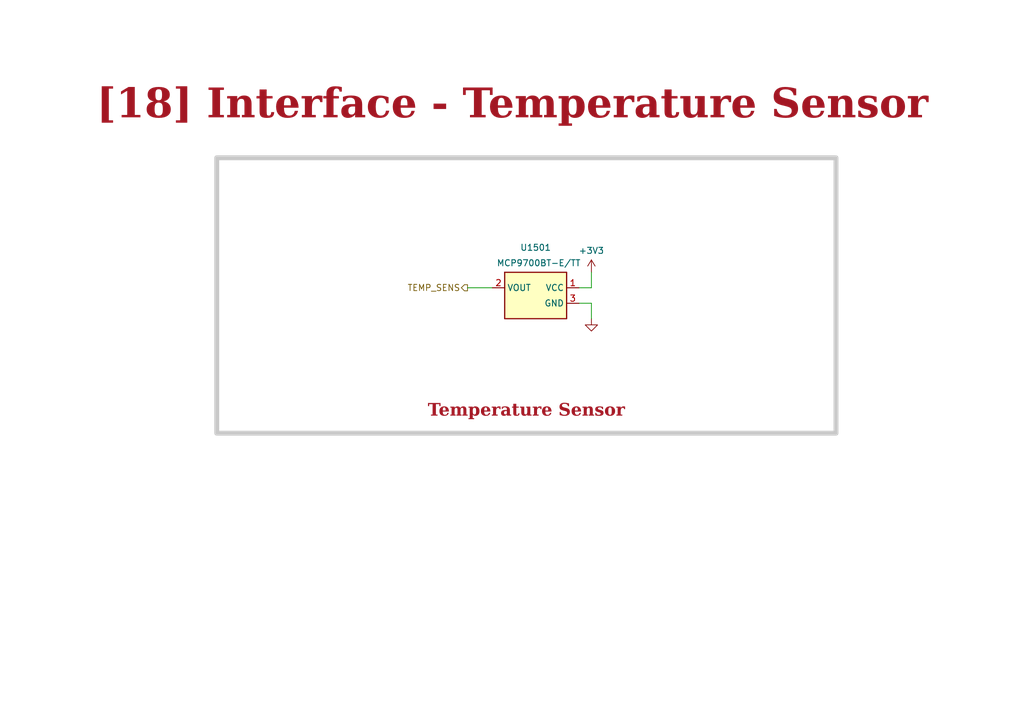
<source format=kicad_sch>
(kicad_sch (version 20231120) (generator "eeschema") (generator_version "8.0")
  (paper "A5")
  (lib_symbols
    (symbol "53048-0450:MCP9700BT-E/TT"
      (property "Reference" "U1501" (at 0 12.7 0))
      (property "Value" "MCP9700BT-E/TT " (at 0 0 0))
      (symbol "MCP9700BT-E/TT_1_1"
        (rectangle (start -5.08 12.065) (end 7.62 2.54) (stroke (width 0.254)) (fill (type background)))
        (pin input line (at 10.16 8.89 180) (length 2.54) (name "VCC") (number "1"))
        (pin input line (at -7.62 8.89 0) (length 2.54) (name "VOUT") (number "2"))
        (pin input line (at 10.16 5.715 180) (length 2.54) (name "GND") (number "3"))
      )
    )
    (symbol "power:+3V3" (power) (pin_names (offset 0))
      (property "Value" "+3V3" (at 0 3.556 0))
      (symbol "+3V3_0_1"
        (polyline (pts (xy -0.762 1.27) (xy 0 2.54)))
        (polyline (pts (xy 0 0) (xy 0 2.54)))
        (polyline (pts (xy 0 2.54) (xy 0.762 1.27)))
      )
      (symbol "+3V3_1_1"
        (pin power_in line (at 0 0 90) (length 0) hide (name "+3V3") (number "1"))
      )
    )
    (symbol "power:GND" (power) (pin_names (offset 0))
      (property "Value" "GND" (at 0 -3.81 0))
      (symbol "GND_0_1"
        (polyline (pts (xy 0 0) (xy 0 -1.27) (xy 1.27 -1.27) (xy 0 -2.54) (xy -1.27 -1.27) (xy 0 -1.27)))
      )
      (symbol "GND_1_1"
        (pin power_in line (at 0 0 270) (length 0) hide (name "GND") (number "1"))
      )
    )
  )
  (wire (pts (xy 121.285 62.23) (xy 121.285 65.405)))
  (wire (pts (xy 118.745 62.23) (xy 121.285 62.23)))
  (wire (pts (xy 95.885 59.055) (xy 100.965 59.055)))
  (wire (pts (xy 118.745 59.055) (xy 121.285 59.055)))
  (wire (pts (xy 121.285 59.055) (xy 121.285 55.88)))
  (rectangle (start 44.45 32.385) (end 171.45 88.9) (stroke (width 1) (color 200 200 200 1)))
  (text_box "[18] Interface - Temperature Sensor\n\n" (at 12.065 15.24 0) (size 186.055 12.7) (stroke (width -0.0001)) (effects (font (size 6 6) (thickness 1.2) (bold yes))))
  (text_box "Temperature Sensor\n" (at 44.45 78.105 0) (size 127 9.525) (stroke (width -0.0001)) (effects (font (size 2.54 2.54) (thickness 0.508) (bold yes)) (justify bottom)))
  (hierarchical_label "TEMP_SENS" (shape output) (at 95.885 59.055 180))
  (symbol (lib_id "53048-0450:MCP9700BT-E/TT") (at 108.585 67.945 0) (unit 1)
    (property "Reference" "U1501" (at 109.855 50.8 0))
    (property "Value" "MCP9700BT-E/TT" (at 110.49 53.975 0))
    (property "Footprint" "0_package_SOT_TO_SMD:SOT-23-3" (effects (hide yes)))
  )
  (symbol (lib_id "power:GND") (at 121.285 65.405 0) (unit 1)
    (property "Reference" "#PWR01502" (effects (hide yes)))
    (property "Value" "GND" (effects (hide yes)))
  )
  (symbol (lib_id "power:+3V3") (at 121.285 55.88 0) (unit 1)
    (property "Reference" "#PWR01503" (effects (hide yes)))
    (property "Value" "+3V3" (at 121.285 51.435 0))
  )
)
</source>
